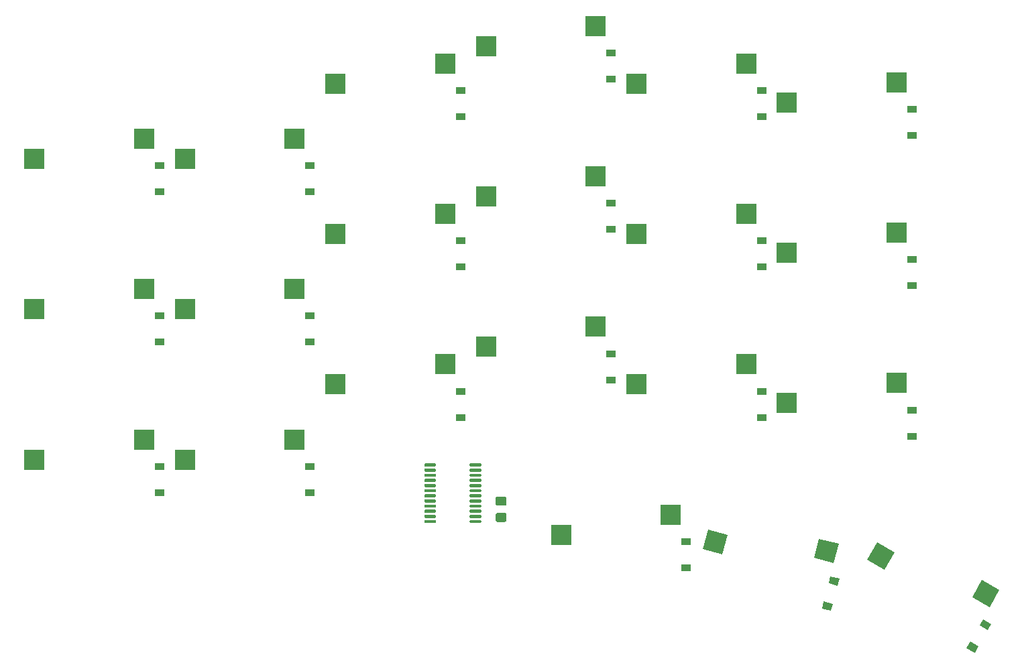
<source format=gbr>
%TF.GenerationSoftware,KiCad,Pcbnew,(5.1.6-0-10_14)*%
%TF.CreationDate,2020-09-21T09:47:25-07:00*%
%TF.ProjectId,my-keyboard,6d792d6b-6579-4626-9f61-72642e6b6963,rev?*%
%TF.SameCoordinates,Original*%
%TF.FileFunction,Paste,Bot*%
%TF.FilePolarity,Positive*%
%FSLAX46Y46*%
G04 Gerber Fmt 4.6, Leading zero omitted, Abs format (unit mm)*
G04 Created by KiCad (PCBNEW (5.1.6-0-10_14)) date 2020-09-21 09:47:25*
%MOMM*%
%LPD*%
G01*
G04 APERTURE LIST*
%ADD10R,1.200000X0.900000*%
%ADD11C,0.100000*%
%ADD12R,2.550000X2.500000*%
G04 APERTURE END LIST*
%TO.C,C9*%
G36*
G01*
X102165999Y-118805000D02*
X103066001Y-118805000D01*
G75*
G02*
X103316000Y-119054999I0J-249999D01*
G01*
X103316000Y-119705001D01*
G75*
G02*
X103066001Y-119955000I-249999J0D01*
G01*
X102165999Y-119955000D01*
G75*
G02*
X101916000Y-119705001I0J249999D01*
G01*
X101916000Y-119054999D01*
G75*
G02*
X102165999Y-118805000I249999J0D01*
G01*
G37*
G36*
G01*
X102165999Y-116755000D02*
X103066001Y-116755000D01*
G75*
G02*
X103316000Y-117004999I0J-249999D01*
G01*
X103316000Y-117655001D01*
G75*
G02*
X103066001Y-117905000I-249999J0D01*
G01*
X102165999Y-117905000D01*
G75*
G02*
X101916000Y-117655001I0J249999D01*
G01*
X101916000Y-117004999D01*
G75*
G02*
X102165999Y-116755000I249999J0D01*
G01*
G37*
%TD*%
D10*
%TO.C,D1*%
X59500000Y-74950000D03*
X59500000Y-78250000D03*
%TD*%
%TO.C,D2*%
X59500000Y-93950000D03*
X59500000Y-97250000D03*
%TD*%
%TO.C,D3*%
X59500000Y-112950000D03*
X59500000Y-116250000D03*
%TD*%
%TO.C,D4*%
X78500000Y-74950000D03*
X78500000Y-78250000D03*
%TD*%
%TO.C,D5*%
X78500000Y-93950000D03*
X78500000Y-97250000D03*
%TD*%
%TO.C,D6*%
X78500000Y-112950000D03*
X78500000Y-116250000D03*
%TD*%
%TO.C,D7*%
X97500000Y-65450000D03*
X97500000Y-68750000D03*
%TD*%
%TO.C,D8*%
X97500000Y-84450000D03*
X97500000Y-87750000D03*
%TD*%
%TO.C,D9*%
X97500000Y-103450000D03*
X97500000Y-106750000D03*
%TD*%
%TO.C,D10*%
X116500000Y-60700000D03*
X116500000Y-64000000D03*
%TD*%
%TO.C,D11*%
X116500000Y-79700000D03*
X116500000Y-83000000D03*
%TD*%
%TO.C,D12*%
X116500000Y-98700000D03*
X116500000Y-102000000D03*
%TD*%
%TO.C,D13*%
X126000000Y-122450000D03*
X126000000Y-125750000D03*
%TD*%
%TO.C,D14*%
X135500000Y-65450000D03*
X135500000Y-68750000D03*
%TD*%
%TO.C,D15*%
X135500000Y-84450000D03*
X135500000Y-87750000D03*
%TD*%
%TO.C,D16*%
X135500000Y-103450000D03*
X135500000Y-106750000D03*
%TD*%
D11*
%TO.C,D17*%
G36*
X145130138Y-127999180D02*
G01*
X143971027Y-127688597D01*
X144203964Y-126819264D01*
X145363075Y-127129847D01*
X145130138Y-127999180D01*
G37*
G36*
X144276036Y-131186736D02*
G01*
X143116925Y-130876153D01*
X143349862Y-130006820D01*
X144508973Y-130317403D01*
X144276036Y-131186736D01*
G37*
%TD*%
D10*
%TO.C,D18*%
X154500000Y-67825000D03*
X154500000Y-71125000D03*
%TD*%
%TO.C,D19*%
X154500000Y-86825000D03*
X154500000Y-90125000D03*
%TD*%
%TO.C,D20*%
X154500000Y-105825000D03*
X154500000Y-109125000D03*
%TD*%
D11*
%TO.C,D21*%
G36*
X164084615Y-133606769D02*
G01*
X163045385Y-133006769D01*
X163495385Y-132227347D01*
X164534615Y-132827347D01*
X164084615Y-133606769D01*
G37*
G36*
X162434615Y-136464653D02*
G01*
X161395385Y-135864653D01*
X161845385Y-135085231D01*
X162884615Y-135685231D01*
X162434615Y-136464653D01*
G37*
%TD*%
D12*
%TO.C,K1*%
X57560000Y-71540000D03*
X43710000Y-74080000D03*
%TD*%
%TO.C,K2*%
X57560000Y-90540000D03*
X43710000Y-93080000D03*
%TD*%
%TO.C,K3*%
X57560000Y-109540000D03*
X43710000Y-112080000D03*
%TD*%
%TO.C,K4*%
X76560000Y-71540000D03*
X62710000Y-74080000D03*
%TD*%
%TO.C,K5*%
X76560000Y-90540000D03*
X62710000Y-93080000D03*
%TD*%
%TO.C,K6*%
X76560000Y-109540000D03*
X62710000Y-112080000D03*
%TD*%
%TO.C,K7*%
X95560000Y-62040000D03*
X81710000Y-64580000D03*
%TD*%
%TO.C,K8*%
X95560000Y-81040000D03*
X81710000Y-83580000D03*
%TD*%
%TO.C,K9*%
X95560000Y-100040000D03*
X81710000Y-102580000D03*
%TD*%
%TO.C,K10*%
X114560000Y-57290000D03*
X100710000Y-59830000D03*
%TD*%
%TO.C,K11*%
X114560000Y-76290000D03*
X100710000Y-78830000D03*
%TD*%
%TO.C,K12*%
X114560000Y-95290000D03*
X100710000Y-97830000D03*
%TD*%
%TO.C,K13*%
X124060000Y-119040000D03*
X110210000Y-121580000D03*
%TD*%
%TO.C,K14*%
X133560000Y-62040000D03*
X119710000Y-64580000D03*
%TD*%
%TO.C,K15*%
X133560000Y-81040000D03*
X119710000Y-83580000D03*
%TD*%
%TO.C,K16*%
X133560000Y-100040000D03*
X119710000Y-102580000D03*
%TD*%
D11*
%TO.C,K17*%
G36*
X142120920Y-124490537D02*
G01*
X142767967Y-122075722D01*
X145231078Y-122735711D01*
X144584031Y-125150526D01*
X142120920Y-124490537D01*
G37*
G36*
X128085447Y-123359344D02*
G01*
X128732494Y-120944529D01*
X131195605Y-121604518D01*
X130548558Y-124019333D01*
X128085447Y-123359344D01*
G37*
%TD*%
D12*
%TO.C,K18*%
X152560000Y-64415000D03*
X138710000Y-66955000D03*
%TD*%
%TO.C,K19*%
X152560000Y-83415000D03*
X138710000Y-85955000D03*
%TD*%
%TO.C,K20*%
X152560000Y-102415000D03*
X138710000Y-104955000D03*
%TD*%
D11*
%TO.C,K21*%
G36*
X162085970Y-129438737D02*
G01*
X163335970Y-127273673D01*
X165544334Y-128548673D01*
X164294334Y-130713737D01*
X162085970Y-129438737D01*
G37*
G36*
X148821518Y-124713441D02*
G01*
X150071518Y-122548377D01*
X152279882Y-123823377D01*
X151029882Y-125988441D01*
X148821518Y-124713441D01*
G37*
%TD*%
%TO.C,U2*%
G36*
G01*
X98645000Y-120007000D02*
X98645000Y-119807000D01*
G75*
G02*
X98745000Y-119707000I100000J0D01*
G01*
X100020000Y-119707000D01*
G75*
G02*
X100120000Y-119807000I0J-100000D01*
G01*
X100120000Y-120007000D01*
G75*
G02*
X100020000Y-120107000I-100000J0D01*
G01*
X98745000Y-120107000D01*
G75*
G02*
X98645000Y-120007000I0J100000D01*
G01*
G37*
G36*
G01*
X98645000Y-119357000D02*
X98645000Y-119157000D01*
G75*
G02*
X98745000Y-119057000I100000J0D01*
G01*
X100020000Y-119057000D01*
G75*
G02*
X100120000Y-119157000I0J-100000D01*
G01*
X100120000Y-119357000D01*
G75*
G02*
X100020000Y-119457000I-100000J0D01*
G01*
X98745000Y-119457000D01*
G75*
G02*
X98645000Y-119357000I0J100000D01*
G01*
G37*
G36*
G01*
X98645000Y-118707000D02*
X98645000Y-118507000D01*
G75*
G02*
X98745000Y-118407000I100000J0D01*
G01*
X100020000Y-118407000D01*
G75*
G02*
X100120000Y-118507000I0J-100000D01*
G01*
X100120000Y-118707000D01*
G75*
G02*
X100020000Y-118807000I-100000J0D01*
G01*
X98745000Y-118807000D01*
G75*
G02*
X98645000Y-118707000I0J100000D01*
G01*
G37*
G36*
G01*
X98645000Y-118057000D02*
X98645000Y-117857000D01*
G75*
G02*
X98745000Y-117757000I100000J0D01*
G01*
X100020000Y-117757000D01*
G75*
G02*
X100120000Y-117857000I0J-100000D01*
G01*
X100120000Y-118057000D01*
G75*
G02*
X100020000Y-118157000I-100000J0D01*
G01*
X98745000Y-118157000D01*
G75*
G02*
X98645000Y-118057000I0J100000D01*
G01*
G37*
G36*
G01*
X98645000Y-117407000D02*
X98645000Y-117207000D01*
G75*
G02*
X98745000Y-117107000I100000J0D01*
G01*
X100020000Y-117107000D01*
G75*
G02*
X100120000Y-117207000I0J-100000D01*
G01*
X100120000Y-117407000D01*
G75*
G02*
X100020000Y-117507000I-100000J0D01*
G01*
X98745000Y-117507000D01*
G75*
G02*
X98645000Y-117407000I0J100000D01*
G01*
G37*
G36*
G01*
X98645000Y-116757000D02*
X98645000Y-116557000D01*
G75*
G02*
X98745000Y-116457000I100000J0D01*
G01*
X100020000Y-116457000D01*
G75*
G02*
X100120000Y-116557000I0J-100000D01*
G01*
X100120000Y-116757000D01*
G75*
G02*
X100020000Y-116857000I-100000J0D01*
G01*
X98745000Y-116857000D01*
G75*
G02*
X98645000Y-116757000I0J100000D01*
G01*
G37*
G36*
G01*
X98645000Y-116107000D02*
X98645000Y-115907000D01*
G75*
G02*
X98745000Y-115807000I100000J0D01*
G01*
X100020000Y-115807000D01*
G75*
G02*
X100120000Y-115907000I0J-100000D01*
G01*
X100120000Y-116107000D01*
G75*
G02*
X100020000Y-116207000I-100000J0D01*
G01*
X98745000Y-116207000D01*
G75*
G02*
X98645000Y-116107000I0J100000D01*
G01*
G37*
G36*
G01*
X98645000Y-115457000D02*
X98645000Y-115257000D01*
G75*
G02*
X98745000Y-115157000I100000J0D01*
G01*
X100020000Y-115157000D01*
G75*
G02*
X100120000Y-115257000I0J-100000D01*
G01*
X100120000Y-115457000D01*
G75*
G02*
X100020000Y-115557000I-100000J0D01*
G01*
X98745000Y-115557000D01*
G75*
G02*
X98645000Y-115457000I0J100000D01*
G01*
G37*
G36*
G01*
X98645000Y-114807000D02*
X98645000Y-114607000D01*
G75*
G02*
X98745000Y-114507000I100000J0D01*
G01*
X100020000Y-114507000D01*
G75*
G02*
X100120000Y-114607000I0J-100000D01*
G01*
X100120000Y-114807000D01*
G75*
G02*
X100020000Y-114907000I-100000J0D01*
G01*
X98745000Y-114907000D01*
G75*
G02*
X98645000Y-114807000I0J100000D01*
G01*
G37*
G36*
G01*
X98645000Y-114157000D02*
X98645000Y-113957000D01*
G75*
G02*
X98745000Y-113857000I100000J0D01*
G01*
X100020000Y-113857000D01*
G75*
G02*
X100120000Y-113957000I0J-100000D01*
G01*
X100120000Y-114157000D01*
G75*
G02*
X100020000Y-114257000I-100000J0D01*
G01*
X98745000Y-114257000D01*
G75*
G02*
X98645000Y-114157000I0J100000D01*
G01*
G37*
G36*
G01*
X98645000Y-113507000D02*
X98645000Y-113307000D01*
G75*
G02*
X98745000Y-113207000I100000J0D01*
G01*
X100020000Y-113207000D01*
G75*
G02*
X100120000Y-113307000I0J-100000D01*
G01*
X100120000Y-113507000D01*
G75*
G02*
X100020000Y-113607000I-100000J0D01*
G01*
X98745000Y-113607000D01*
G75*
G02*
X98645000Y-113507000I0J100000D01*
G01*
G37*
G36*
G01*
X98645000Y-112857000D02*
X98645000Y-112657000D01*
G75*
G02*
X98745000Y-112557000I100000J0D01*
G01*
X100020000Y-112557000D01*
G75*
G02*
X100120000Y-112657000I0J-100000D01*
G01*
X100120000Y-112857000D01*
G75*
G02*
X100020000Y-112957000I-100000J0D01*
G01*
X98745000Y-112957000D01*
G75*
G02*
X98645000Y-112857000I0J100000D01*
G01*
G37*
G36*
G01*
X92920000Y-112857000D02*
X92920000Y-112657000D01*
G75*
G02*
X93020000Y-112557000I100000J0D01*
G01*
X94295000Y-112557000D01*
G75*
G02*
X94395000Y-112657000I0J-100000D01*
G01*
X94395000Y-112857000D01*
G75*
G02*
X94295000Y-112957000I-100000J0D01*
G01*
X93020000Y-112957000D01*
G75*
G02*
X92920000Y-112857000I0J100000D01*
G01*
G37*
G36*
G01*
X92920000Y-113507000D02*
X92920000Y-113307000D01*
G75*
G02*
X93020000Y-113207000I100000J0D01*
G01*
X94295000Y-113207000D01*
G75*
G02*
X94395000Y-113307000I0J-100000D01*
G01*
X94395000Y-113507000D01*
G75*
G02*
X94295000Y-113607000I-100000J0D01*
G01*
X93020000Y-113607000D01*
G75*
G02*
X92920000Y-113507000I0J100000D01*
G01*
G37*
G36*
G01*
X92920000Y-114157000D02*
X92920000Y-113957000D01*
G75*
G02*
X93020000Y-113857000I100000J0D01*
G01*
X94295000Y-113857000D01*
G75*
G02*
X94395000Y-113957000I0J-100000D01*
G01*
X94395000Y-114157000D01*
G75*
G02*
X94295000Y-114257000I-100000J0D01*
G01*
X93020000Y-114257000D01*
G75*
G02*
X92920000Y-114157000I0J100000D01*
G01*
G37*
G36*
G01*
X92920000Y-114807000D02*
X92920000Y-114607000D01*
G75*
G02*
X93020000Y-114507000I100000J0D01*
G01*
X94295000Y-114507000D01*
G75*
G02*
X94395000Y-114607000I0J-100000D01*
G01*
X94395000Y-114807000D01*
G75*
G02*
X94295000Y-114907000I-100000J0D01*
G01*
X93020000Y-114907000D01*
G75*
G02*
X92920000Y-114807000I0J100000D01*
G01*
G37*
G36*
G01*
X92920000Y-115457000D02*
X92920000Y-115257000D01*
G75*
G02*
X93020000Y-115157000I100000J0D01*
G01*
X94295000Y-115157000D01*
G75*
G02*
X94395000Y-115257000I0J-100000D01*
G01*
X94395000Y-115457000D01*
G75*
G02*
X94295000Y-115557000I-100000J0D01*
G01*
X93020000Y-115557000D01*
G75*
G02*
X92920000Y-115457000I0J100000D01*
G01*
G37*
G36*
G01*
X92920000Y-116107000D02*
X92920000Y-115907000D01*
G75*
G02*
X93020000Y-115807000I100000J0D01*
G01*
X94295000Y-115807000D01*
G75*
G02*
X94395000Y-115907000I0J-100000D01*
G01*
X94395000Y-116107000D01*
G75*
G02*
X94295000Y-116207000I-100000J0D01*
G01*
X93020000Y-116207000D01*
G75*
G02*
X92920000Y-116107000I0J100000D01*
G01*
G37*
G36*
G01*
X92920000Y-116757000D02*
X92920000Y-116557000D01*
G75*
G02*
X93020000Y-116457000I100000J0D01*
G01*
X94295000Y-116457000D01*
G75*
G02*
X94395000Y-116557000I0J-100000D01*
G01*
X94395000Y-116757000D01*
G75*
G02*
X94295000Y-116857000I-100000J0D01*
G01*
X93020000Y-116857000D01*
G75*
G02*
X92920000Y-116757000I0J100000D01*
G01*
G37*
G36*
G01*
X92920000Y-117407000D02*
X92920000Y-117207000D01*
G75*
G02*
X93020000Y-117107000I100000J0D01*
G01*
X94295000Y-117107000D01*
G75*
G02*
X94395000Y-117207000I0J-100000D01*
G01*
X94395000Y-117407000D01*
G75*
G02*
X94295000Y-117507000I-100000J0D01*
G01*
X93020000Y-117507000D01*
G75*
G02*
X92920000Y-117407000I0J100000D01*
G01*
G37*
G36*
G01*
X92920000Y-118057000D02*
X92920000Y-117857000D01*
G75*
G02*
X93020000Y-117757000I100000J0D01*
G01*
X94295000Y-117757000D01*
G75*
G02*
X94395000Y-117857000I0J-100000D01*
G01*
X94395000Y-118057000D01*
G75*
G02*
X94295000Y-118157000I-100000J0D01*
G01*
X93020000Y-118157000D01*
G75*
G02*
X92920000Y-118057000I0J100000D01*
G01*
G37*
G36*
G01*
X92920000Y-118707000D02*
X92920000Y-118507000D01*
G75*
G02*
X93020000Y-118407000I100000J0D01*
G01*
X94295000Y-118407000D01*
G75*
G02*
X94395000Y-118507000I0J-100000D01*
G01*
X94395000Y-118707000D01*
G75*
G02*
X94295000Y-118807000I-100000J0D01*
G01*
X93020000Y-118807000D01*
G75*
G02*
X92920000Y-118707000I0J100000D01*
G01*
G37*
G36*
G01*
X92920000Y-119357000D02*
X92920000Y-119157000D01*
G75*
G02*
X93020000Y-119057000I100000J0D01*
G01*
X94295000Y-119057000D01*
G75*
G02*
X94395000Y-119157000I0J-100000D01*
G01*
X94395000Y-119357000D01*
G75*
G02*
X94295000Y-119457000I-100000J0D01*
G01*
X93020000Y-119457000D01*
G75*
G02*
X92920000Y-119357000I0J100000D01*
G01*
G37*
G36*
G01*
X92920000Y-120007000D02*
X92920000Y-119807000D01*
G75*
G02*
X93020000Y-119707000I100000J0D01*
G01*
X94295000Y-119707000D01*
G75*
G02*
X94395000Y-119807000I0J-100000D01*
G01*
X94395000Y-120007000D01*
G75*
G02*
X94295000Y-120107000I-100000J0D01*
G01*
X93020000Y-120107000D01*
G75*
G02*
X92920000Y-120007000I0J100000D01*
G01*
G37*
%TD*%
M02*

</source>
